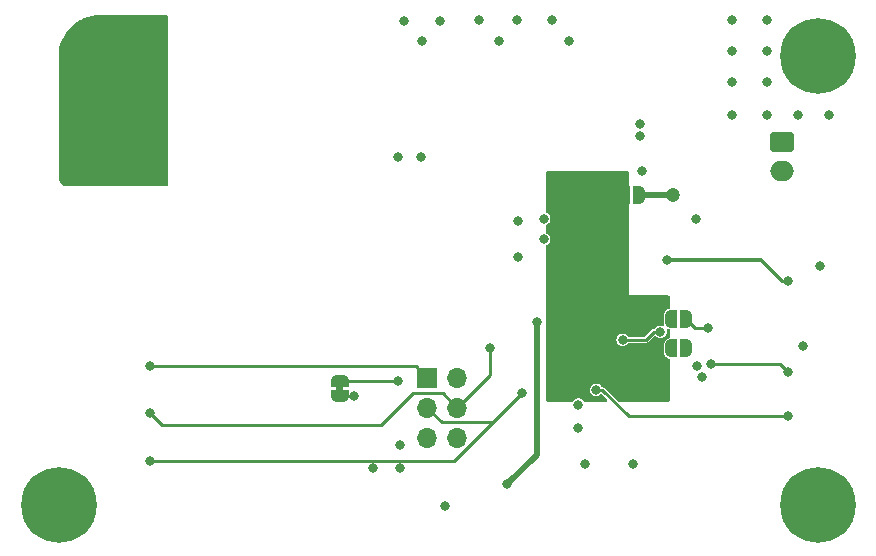
<source format=gbl>
G04 #@! TF.GenerationSoftware,KiCad,Pcbnew,(6.0.5-0)*
G04 #@! TF.CreationDate,2023-06-15T15:10:14-04:00*
G04 #@! TF.ProjectId,stratoconnect,73747261-746f-4636-9f6e-6e6563742e6b,rev?*
G04 #@! TF.SameCoordinates,Original*
G04 #@! TF.FileFunction,Copper,L4,Bot*
G04 #@! TF.FilePolarity,Positive*
%FSLAX46Y46*%
G04 Gerber Fmt 4.6, Leading zero omitted, Abs format (unit mm)*
G04 Created by KiCad (PCBNEW (6.0.5-0)) date 2023-06-15 15:10:14*
%MOMM*%
%LPD*%
G01*
G04 APERTURE LIST*
G04 Aperture macros list*
%AMRoundRect*
0 Rectangle with rounded corners*
0 $1 Rounding radius*
0 $2 $3 $4 $5 $6 $7 $8 $9 X,Y pos of 4 corners*
0 Add a 4 corners polygon primitive as box body*
4,1,4,$2,$3,$4,$5,$6,$7,$8,$9,$2,$3,0*
0 Add four circle primitives for the rounded corners*
1,1,$1+$1,$2,$3*
1,1,$1+$1,$4,$5*
1,1,$1+$1,$6,$7*
1,1,$1+$1,$8,$9*
0 Add four rect primitives between the rounded corners*
20,1,$1+$1,$2,$3,$4,$5,0*
20,1,$1+$1,$4,$5,$6,$7,0*
20,1,$1+$1,$6,$7,$8,$9,0*
20,1,$1+$1,$8,$9,$2,$3,0*%
%AMFreePoly0*
4,1,22,0.500000,-0.750000,0.000000,-0.750000,0.000000,-0.745033,-0.079941,-0.743568,-0.215256,-0.701293,-0.333266,-0.622738,-0.424486,-0.514219,-0.481581,-0.384460,-0.499164,-0.250000,-0.500000,-0.250000,-0.500000,0.250000,-0.499164,0.250000,-0.499963,0.256109,-0.478152,0.396186,-0.417904,0.524511,-0.324060,0.630769,-0.204165,0.706417,-0.067858,0.745374,0.000000,0.744959,0.000000,0.750000,
0.500000,0.750000,0.500000,-0.750000,0.500000,-0.750000,$1*%
%AMFreePoly1*
4,1,20,0.000000,0.744959,0.073905,0.744508,0.209726,0.703889,0.328688,0.626782,0.421226,0.519385,0.479903,0.390333,0.500000,0.250000,0.500000,-0.250000,0.499851,-0.262216,0.476331,-0.402017,0.414519,-0.529596,0.319384,-0.634700,0.198574,-0.708877,0.061801,-0.746166,0.000000,-0.745033,0.000000,-0.750000,-0.500000,-0.750000,-0.500000,0.750000,0.000000,0.750000,0.000000,0.744959,
0.000000,0.744959,$1*%
G04 Aperture macros list end*
G04 #@! TA.AperFunction,ComponentPad*
%ADD10C,0.800000*%
G04 #@! TD*
G04 #@! TA.AperFunction,ComponentPad*
%ADD11C,6.400000*%
G04 #@! TD*
G04 #@! TA.AperFunction,ComponentPad*
%ADD12RoundRect,0.250000X-0.750000X0.600000X-0.750000X-0.600000X0.750000X-0.600000X0.750000X0.600000X0*%
G04 #@! TD*
G04 #@! TA.AperFunction,ComponentPad*
%ADD13O,2.000000X1.700000*%
G04 #@! TD*
G04 #@! TA.AperFunction,ComponentPad*
%ADD14C,0.970000*%
G04 #@! TD*
G04 #@! TA.AperFunction,SMDPad,CuDef*
%ADD15R,4.190000X2.665000*%
G04 #@! TD*
G04 #@! TA.AperFunction,ComponentPad*
%ADD16R,1.700000X1.700000*%
G04 #@! TD*
G04 #@! TA.AperFunction,ComponentPad*
%ADD17O,1.700000X1.700000*%
G04 #@! TD*
G04 #@! TA.AperFunction,SMDPad,CuDef*
%ADD18FreePoly0,180.000000*%
G04 #@! TD*
G04 #@! TA.AperFunction,SMDPad,CuDef*
%ADD19FreePoly1,180.000000*%
G04 #@! TD*
G04 #@! TA.AperFunction,SMDPad,CuDef*
%ADD20FreePoly0,0.000000*%
G04 #@! TD*
G04 #@! TA.AperFunction,SMDPad,CuDef*
%ADD21FreePoly1,0.000000*%
G04 #@! TD*
G04 #@! TA.AperFunction,SMDPad,CuDef*
%ADD22FreePoly0,270.000000*%
G04 #@! TD*
G04 #@! TA.AperFunction,SMDPad,CuDef*
%ADD23FreePoly1,270.000000*%
G04 #@! TD*
G04 #@! TA.AperFunction,ViaPad*
%ADD24C,0.800000*%
G04 #@! TD*
G04 #@! TA.AperFunction,ViaPad*
%ADD25C,1.200000*%
G04 #@! TD*
G04 #@! TA.AperFunction,Conductor*
%ADD26C,0.550000*%
G04 #@! TD*
G04 #@! TA.AperFunction,Conductor*
%ADD27C,0.250000*%
G04 #@! TD*
G04 #@! TA.AperFunction,Conductor*
%ADD28C,0.300000*%
G04 #@! TD*
G04 APERTURE END LIST*
G36*
X164100000Y-79650000D02*
G01*
X163500000Y-79650000D01*
X163500000Y-79150000D01*
X164100000Y-79150000D01*
X164100000Y-79650000D01*
G37*
D10*
X138302944Y-90947056D03*
X141697056Y-90947056D03*
X142400000Y-89250000D03*
X137600000Y-89250000D03*
X140000000Y-91650000D03*
X141697056Y-87552944D03*
X140000000Y-86850000D03*
X138302944Y-87552944D03*
D11*
X140000000Y-89250000D03*
D12*
X201217500Y-58500000D03*
D13*
X201217500Y-61000000D03*
D14*
X142672500Y-52697500D03*
D15*
X142672500Y-59682500D03*
D14*
X141372500Y-59682500D03*
D15*
X142672500Y-52697500D03*
D14*
X142672500Y-59682500D03*
X143972500Y-52697500D03*
X143972500Y-59682500D03*
X141372500Y-52697500D03*
D16*
X171225000Y-78475000D03*
D17*
X173765000Y-78475000D03*
X171225000Y-81015000D03*
X173765000Y-81015000D03*
X171225000Y-83555000D03*
X173765000Y-83555000D03*
D10*
X204250000Y-86850000D03*
X205947056Y-90947056D03*
D11*
X204250000Y-89250000D03*
D10*
X201850000Y-89250000D03*
X204250000Y-91650000D03*
X205947056Y-87552944D03*
X202552944Y-87552944D03*
X202552944Y-90947056D03*
X206650000Y-89250000D03*
X205947056Y-52947056D03*
X205947056Y-49552944D03*
X204250000Y-48850000D03*
X202552944Y-52947056D03*
X206650000Y-51250000D03*
X201850000Y-51250000D03*
X202552944Y-49552944D03*
X204250000Y-53650000D03*
D11*
X204250000Y-51250000D03*
D18*
X193150000Y-73500000D03*
D19*
X191850000Y-73500000D03*
D20*
X187850000Y-63000000D03*
D21*
X189150000Y-63000000D03*
D22*
X163800000Y-78750000D03*
D23*
X163800000Y-80050000D03*
D18*
X193150000Y-76000000D03*
D19*
X191850000Y-76000000D03*
D24*
X183500000Y-61700000D03*
X190025000Y-71975000D03*
D25*
X186000000Y-63000000D03*
D24*
X185750000Y-61750000D03*
X189750000Y-76250000D03*
X181700000Y-76900000D03*
X189000000Y-79250000D03*
X183500000Y-63500000D03*
X183200000Y-50000000D03*
X178900000Y-65250000D03*
X197000000Y-50800000D03*
X181100000Y-65000000D03*
X194050000Y-77500000D03*
X178900000Y-68250000D03*
X200000000Y-56200000D03*
X172250000Y-48250000D03*
X204500000Y-69000000D03*
X200000000Y-48200000D03*
X170750000Y-50000000D03*
X170700000Y-59800000D03*
X168900000Y-84150000D03*
X172700000Y-89300000D03*
X184600000Y-85766250D03*
X194000000Y-65000000D03*
X194500000Y-78400000D03*
X169250000Y-48250000D03*
X166600000Y-86100000D03*
X181100000Y-66750000D03*
X178800000Y-48200000D03*
X200000000Y-50800000D03*
X189250000Y-57000000D03*
X184000000Y-80750000D03*
X181800000Y-48200000D03*
X168900000Y-86100000D03*
X188600000Y-85766250D03*
X197000000Y-56200000D03*
X203000000Y-75800000D03*
X200000000Y-53400000D03*
X205200000Y-56200000D03*
X175600000Y-48200000D03*
X202600000Y-56200000D03*
X197000000Y-48200000D03*
X168700000Y-59800000D03*
X197000000Y-53400000D03*
X184000000Y-82750000D03*
X189250000Y-58000000D03*
X177250000Y-50000000D03*
X189400000Y-61000000D03*
D25*
X192000000Y-63000000D03*
D24*
X180500000Y-73750000D03*
X178000000Y-87500000D03*
X147750000Y-77500000D03*
X147750000Y-85500000D03*
X179250000Y-79750000D03*
X147750000Y-81500000D03*
X176500000Y-76000000D03*
X168750000Y-78750000D03*
X165000000Y-80000000D03*
X191500000Y-68500000D03*
X201750000Y-70250000D03*
X187750000Y-75250000D03*
X190950000Y-74600000D03*
X191850000Y-73500000D03*
X191850000Y-76000000D03*
X185500000Y-79500000D03*
X201750000Y-81750000D03*
X193150000Y-76000000D03*
X195000000Y-74250000D03*
X195193278Y-77306722D03*
X201750000Y-78000000D03*
D26*
X187850000Y-63000000D02*
X186000000Y-63000000D01*
X189150000Y-63000000D02*
X192000000Y-63000000D01*
X180500000Y-85000000D02*
X180500000Y-73750000D01*
X178000000Y-87500000D02*
X180500000Y-85000000D01*
D27*
X147750000Y-77500000D02*
X170250000Y-77500000D01*
X170250000Y-77500000D02*
X171225000Y-78475000D01*
X171225000Y-81015000D02*
X172460000Y-82250000D01*
X176750000Y-82250000D02*
X179250000Y-79750000D01*
X147750000Y-85500000D02*
X173500000Y-85500000D01*
X173500000Y-85500000D02*
X179250000Y-79750000D01*
X172460000Y-82250000D02*
X176750000Y-82250000D01*
X147750000Y-81500000D02*
X148750000Y-82500000D01*
X148750000Y-82500000D02*
X167250000Y-82500000D01*
X176500000Y-76000000D02*
X176500000Y-78280000D01*
X167250000Y-82500000D02*
X170000000Y-79750000D01*
X172500000Y-79750000D02*
X173765000Y-81015000D01*
X170000000Y-79750000D02*
X172500000Y-79750000D01*
X176500000Y-78280000D02*
X173765000Y-81015000D01*
X163800000Y-78750000D02*
X168750000Y-78750000D01*
X163800000Y-80050000D02*
X164950000Y-80050000D01*
X164950000Y-80050000D02*
X165000000Y-80000000D01*
X201750000Y-70250000D02*
X201250000Y-70250000D01*
D28*
X191500000Y-68500000D02*
X199500000Y-68500000D01*
X199500000Y-68500000D02*
X201250000Y-70250000D01*
D27*
X190950000Y-74600000D02*
X190400000Y-74600000D01*
X189750000Y-75250000D02*
X187750000Y-75250000D01*
X190400000Y-74600000D02*
X189750000Y-75250000D01*
X186000000Y-79500000D02*
X188250000Y-81750000D01*
X188250000Y-81750000D02*
X201750000Y-81750000D01*
X185500000Y-79500000D02*
X186000000Y-79500000D01*
X195000000Y-74250000D02*
X193900000Y-74250000D01*
X193900000Y-74250000D02*
X193150000Y-73500000D01*
X195193278Y-77306722D02*
X201056722Y-77306722D01*
X201056722Y-77306722D02*
X201750000Y-78000000D01*
G04 #@! TA.AperFunction,Conductor*
G36*
X149192121Y-47770502D02*
G01*
X149238614Y-47824158D01*
X149250000Y-47876500D01*
X149250000Y-62124000D01*
X149229998Y-62192121D01*
X149176342Y-62238614D01*
X149124000Y-62250000D01*
X140443326Y-62250000D01*
X140375205Y-62229998D01*
X140342458Y-62199509D01*
X140336928Y-62192121D01*
X140243942Y-62067907D01*
X140234222Y-62052783D01*
X140140327Y-61880826D01*
X140132860Y-61864474D01*
X140064390Y-61680902D01*
X140059324Y-61663652D01*
X140017678Y-61472204D01*
X140015120Y-61454410D01*
X140003685Y-61294537D01*
X140004758Y-61272044D01*
X140004253Y-61271999D01*
X140004688Y-61267159D01*
X140005496Y-61262354D01*
X140005647Y-61250000D01*
X140001773Y-61222949D01*
X140000500Y-61205087D01*
X140000500Y-51302576D01*
X140002246Y-51281671D01*
X140004689Y-51267148D01*
X140005496Y-51262354D01*
X140005647Y-51250000D01*
X140004763Y-51243823D01*
X140003529Y-51235208D01*
X140002408Y-51211162D01*
X140017047Y-50913172D01*
X140018259Y-50900866D01*
X140066835Y-50573397D01*
X140069242Y-50561291D01*
X140149686Y-50240142D01*
X140153274Y-50228316D01*
X140264796Y-49916636D01*
X140269527Y-49905212D01*
X140411071Y-49605941D01*
X140416900Y-49595036D01*
X140587092Y-49311088D01*
X140593962Y-49300807D01*
X140791163Y-49034913D01*
X140799007Y-49025355D01*
X141021323Y-48780067D01*
X141030067Y-48771323D01*
X141275355Y-48549007D01*
X141284913Y-48541163D01*
X141550807Y-48343962D01*
X141561088Y-48337092D01*
X141845036Y-48166900D01*
X141855941Y-48161071D01*
X142155212Y-48019527D01*
X142166636Y-48014796D01*
X142478316Y-47903274D01*
X142490142Y-47899686D01*
X142811291Y-47819242D01*
X142823397Y-47816835D01*
X143150871Y-47768258D01*
X143163165Y-47767048D01*
X143457512Y-47752587D01*
X143483077Y-47753936D01*
X143483693Y-47754032D01*
X143484951Y-47754228D01*
X143484953Y-47754228D01*
X143493823Y-47755609D01*
X143502725Y-47754445D01*
X143502728Y-47754445D01*
X143524756Y-47751564D01*
X143541093Y-47750500D01*
X149124000Y-47750500D01*
X149192121Y-47770502D01*
G37*
G04 #@! TD.AperFunction*
G04 #@! TA.AperFunction,Conductor*
G36*
X188241148Y-61020002D02*
G01*
X188287641Y-61073658D01*
X188299023Y-61126969D01*
X188252095Y-67227693D01*
X188250000Y-67500000D01*
X188250000Y-71500000D01*
X191624000Y-71500000D01*
X191692121Y-71520002D01*
X191738614Y-71573658D01*
X191750000Y-71626000D01*
X191750000Y-72526927D01*
X191729998Y-72595048D01*
X191676342Y-72641541D01*
X191657143Y-72648490D01*
X191614922Y-72660001D01*
X191580830Y-72674753D01*
X191458778Y-72749693D01*
X191455336Y-72752551D01*
X191433647Y-72770557D01*
X191433643Y-72770561D01*
X191430198Y-72773421D01*
X191334084Y-72879605D01*
X191313311Y-72910403D01*
X191250864Y-73039295D01*
X191239570Y-73074683D01*
X191215808Y-73215921D01*
X191214002Y-73236055D01*
X191213851Y-73248397D01*
X191215164Y-73268574D01*
X191215510Y-73270989D01*
X191215511Y-73271000D01*
X191217710Y-73286352D01*
X191218983Y-73304214D01*
X191218983Y-73686523D01*
X191217237Y-73707427D01*
X191215808Y-73715921D01*
X191214002Y-73736055D01*
X191213851Y-73748397D01*
X191215164Y-73768574D01*
X191235468Y-73910351D01*
X191236727Y-73914657D01*
X191236728Y-73914661D01*
X191240918Y-73928987D01*
X191240842Y-73999983D01*
X191202393Y-74059668D01*
X191137781Y-74089091D01*
X191090769Y-74086265D01*
X191087966Y-74085104D01*
X191079786Y-74084027D01*
X191079782Y-74084026D01*
X190958188Y-74068018D01*
X190950000Y-74066940D01*
X190941812Y-74068018D01*
X190820218Y-74084026D01*
X190820214Y-74084027D01*
X190812034Y-74085104D01*
X190804410Y-74088262D01*
X190804406Y-74088263D01*
X190691099Y-74135196D01*
X190683470Y-74138356D01*
X190573070Y-74223070D01*
X190568047Y-74229616D01*
X190518136Y-74294660D01*
X190460797Y-74336527D01*
X190418174Y-74343955D01*
X190412171Y-74343955D01*
X190400000Y-74341534D01*
X190387829Y-74343955D01*
X190313260Y-74358787D01*
X190313259Y-74358788D01*
X190301090Y-74361208D01*
X190270746Y-74381483D01*
X190238401Y-74403095D01*
X190238397Y-74403098D01*
X190229021Y-74409363D01*
X190217237Y-74417237D01*
X190210344Y-74427553D01*
X190210342Y-74427555D01*
X190209992Y-74428079D01*
X190194323Y-74447173D01*
X189924557Y-74716940D01*
X189681902Y-74959595D01*
X189619589Y-74993620D01*
X189592806Y-74996500D01*
X188283779Y-74996500D01*
X188215658Y-74976498D01*
X188183817Y-74947205D01*
X188131953Y-74879616D01*
X188126930Y-74873070D01*
X188016530Y-74788356D01*
X188008901Y-74785196D01*
X187895594Y-74738263D01*
X187895590Y-74738262D01*
X187887966Y-74735104D01*
X187879786Y-74734027D01*
X187879782Y-74734026D01*
X187758188Y-74718018D01*
X187750000Y-74716940D01*
X187741812Y-74718018D01*
X187620218Y-74734026D01*
X187620214Y-74734027D01*
X187612034Y-74735104D01*
X187604410Y-74738262D01*
X187604406Y-74738263D01*
X187491099Y-74785196D01*
X187483470Y-74788356D01*
X187373070Y-74873070D01*
X187288356Y-74983470D01*
X187285196Y-74991099D01*
X187238263Y-75104406D01*
X187238262Y-75104410D01*
X187235104Y-75112034D01*
X187234027Y-75120214D01*
X187234026Y-75120218D01*
X187226537Y-75177105D01*
X187216940Y-75250000D01*
X187218018Y-75258188D01*
X187234026Y-75379782D01*
X187234027Y-75379786D01*
X187235104Y-75387966D01*
X187238262Y-75395590D01*
X187238263Y-75395594D01*
X187246069Y-75414439D01*
X187288356Y-75516530D01*
X187373070Y-75626930D01*
X187483470Y-75711644D01*
X187491099Y-75714804D01*
X187604406Y-75761737D01*
X187604410Y-75761738D01*
X187612034Y-75764896D01*
X187620214Y-75765973D01*
X187620218Y-75765974D01*
X187741812Y-75781982D01*
X187750000Y-75783060D01*
X187758188Y-75781982D01*
X187879782Y-75765974D01*
X187879786Y-75765973D01*
X187887966Y-75764896D01*
X187895590Y-75761738D01*
X187895594Y-75761737D01*
X188008901Y-75714804D01*
X188016530Y-75711644D01*
X188126930Y-75626930D01*
X188167021Y-75574683D01*
X188183817Y-75552795D01*
X188241156Y-75510928D01*
X188283779Y-75503500D01*
X189712624Y-75503500D01*
X189737206Y-75505921D01*
X189750000Y-75508466D01*
X189774965Y-75503500D01*
X189836742Y-75491212D01*
X189836744Y-75491211D01*
X189848911Y-75488791D01*
X189859226Y-75481899D01*
X189859228Y-75481898D01*
X189922447Y-75439656D01*
X189932763Y-75432763D01*
X189939656Y-75422447D01*
X189939658Y-75422445D01*
X189940010Y-75421918D01*
X189955680Y-75402823D01*
X190388989Y-74969515D01*
X190451301Y-74935490D01*
X190522117Y-74940555D01*
X190567179Y-74969516D01*
X190568047Y-74970384D01*
X190573070Y-74976930D01*
X190579616Y-74981953D01*
X190638227Y-75026927D01*
X190683470Y-75061644D01*
X190691099Y-75064804D01*
X190804406Y-75111737D01*
X190804410Y-75111738D01*
X190812034Y-75114896D01*
X190820214Y-75115973D01*
X190820218Y-75115974D01*
X190941812Y-75131982D01*
X190950000Y-75133060D01*
X190958188Y-75131982D01*
X191079782Y-75115974D01*
X191079786Y-75115973D01*
X191087966Y-75114896D01*
X191095590Y-75111738D01*
X191095594Y-75111737D01*
X191208901Y-75064804D01*
X191216530Y-75061644D01*
X191261774Y-75026927D01*
X191320384Y-74981953D01*
X191326930Y-74976930D01*
X191411644Y-74866530D01*
X191414804Y-74858901D01*
X191461737Y-74745594D01*
X191461738Y-74745590D01*
X191464896Y-74737966D01*
X191465973Y-74729786D01*
X191465974Y-74729782D01*
X191481982Y-74608188D01*
X191483060Y-74600000D01*
X191467197Y-74479512D01*
X191478136Y-74409363D01*
X191525264Y-74356264D01*
X191593618Y-74337074D01*
X191628216Y-74342346D01*
X191660103Y-74351882D01*
X191719635Y-74390562D01*
X191748805Y-74455289D01*
X191750000Y-74472599D01*
X191750000Y-75026927D01*
X191729998Y-75095048D01*
X191676342Y-75141541D01*
X191657143Y-75148490D01*
X191614922Y-75160001D01*
X191580830Y-75174753D01*
X191458778Y-75249693D01*
X191455336Y-75252551D01*
X191433647Y-75270557D01*
X191433643Y-75270561D01*
X191430198Y-75273421D01*
X191334084Y-75379605D01*
X191313311Y-75410403D01*
X191311356Y-75414439D01*
X191264608Y-75510928D01*
X191250864Y-75539295D01*
X191249501Y-75543564D01*
X191249500Y-75543568D01*
X191244454Y-75559381D01*
X191239570Y-75574683D01*
X191215808Y-75715921D01*
X191214002Y-75736055D01*
X191213851Y-75748397D01*
X191214009Y-75750822D01*
X191214925Y-75764896D01*
X191215164Y-75768574D01*
X191215510Y-75770989D01*
X191215511Y-75771000D01*
X191217710Y-75786352D01*
X191218983Y-75804214D01*
X191218983Y-76186523D01*
X191217237Y-76207427D01*
X191215808Y-76215921D01*
X191214002Y-76236055D01*
X191213851Y-76248397D01*
X191215164Y-76268574D01*
X191235468Y-76410351D01*
X191245894Y-76446005D01*
X191305174Y-76576384D01*
X191325188Y-76607678D01*
X191418678Y-76716179D01*
X191422047Y-76719118D01*
X191422051Y-76719122D01*
X191433866Y-76729429D01*
X191446671Y-76740599D01*
X191450439Y-76743042D01*
X191450440Y-76743042D01*
X191563092Y-76816060D01*
X191563099Y-76816064D01*
X191566856Y-76818499D01*
X191600578Y-76834081D01*
X191604876Y-76835366D01*
X191604875Y-76835366D01*
X191660102Y-76851882D01*
X191719635Y-76890563D01*
X191748806Y-76955291D01*
X191750000Y-76972599D01*
X191750000Y-80374000D01*
X191729998Y-80442121D01*
X191676342Y-80488614D01*
X191624000Y-80500000D01*
X187410693Y-80500000D01*
X187342572Y-80479998D01*
X187321598Y-80463095D01*
X186205682Y-79347179D01*
X186190012Y-79328085D01*
X186189658Y-79327555D01*
X186189656Y-79327553D01*
X186182763Y-79317237D01*
X186172447Y-79310344D01*
X186109228Y-79268102D01*
X186109226Y-79268101D01*
X186098911Y-79261209D01*
X186086744Y-79258789D01*
X186086742Y-79258788D01*
X186024965Y-79246500D01*
X186024962Y-79246499D01*
X186008545Y-79243233D01*
X185945637Y-79210324D01*
X185933168Y-79196359D01*
X185881956Y-79129619D01*
X185881953Y-79129616D01*
X185876930Y-79123070D01*
X185766530Y-79038356D01*
X185758901Y-79035196D01*
X185645594Y-78988263D01*
X185645590Y-78988262D01*
X185637966Y-78985104D01*
X185629786Y-78984027D01*
X185629782Y-78984026D01*
X185508188Y-78968018D01*
X185500000Y-78966940D01*
X185491812Y-78968018D01*
X185370218Y-78984026D01*
X185370214Y-78984027D01*
X185362034Y-78985104D01*
X185354410Y-78988262D01*
X185354406Y-78988263D01*
X185241099Y-79035196D01*
X185233470Y-79038356D01*
X185123070Y-79123070D01*
X185038356Y-79233470D01*
X185035196Y-79241099D01*
X184988263Y-79354406D01*
X184988262Y-79354410D01*
X184985104Y-79362034D01*
X184984027Y-79370214D01*
X184984026Y-79370218D01*
X184968130Y-79490961D01*
X184966940Y-79500000D01*
X184968018Y-79508188D01*
X184984026Y-79629782D01*
X184984027Y-79629786D01*
X184985104Y-79637966D01*
X184988262Y-79645590D01*
X184988263Y-79645594D01*
X185035196Y-79758901D01*
X185038356Y-79766530D01*
X185123070Y-79876930D01*
X185233470Y-79961644D01*
X185241099Y-79964804D01*
X185354406Y-80011737D01*
X185354410Y-80011738D01*
X185362034Y-80014896D01*
X185370214Y-80015973D01*
X185370218Y-80015974D01*
X185491812Y-80031982D01*
X185500000Y-80033060D01*
X185508188Y-80031982D01*
X185629782Y-80015974D01*
X185629786Y-80015973D01*
X185637966Y-80014896D01*
X185645590Y-80011738D01*
X185645594Y-80011737D01*
X185758901Y-79964804D01*
X185766530Y-79961644D01*
X185773078Y-79956619D01*
X185773084Y-79956616D01*
X185869329Y-79882764D01*
X185935549Y-79857163D01*
X186005098Y-79871428D01*
X186035128Y-79893631D01*
X186426402Y-80284905D01*
X186460428Y-80347217D01*
X186455363Y-80418032D01*
X186412816Y-80474868D01*
X186346296Y-80499679D01*
X186337307Y-80500000D01*
X184536464Y-80500000D01*
X184468343Y-80479998D01*
X184436502Y-80450704D01*
X184381956Y-80379619D01*
X184381953Y-80379616D01*
X184376930Y-80373070D01*
X184266530Y-80288356D01*
X184258198Y-80284905D01*
X184145594Y-80238263D01*
X184145590Y-80238262D01*
X184137966Y-80235104D01*
X184129786Y-80234027D01*
X184129782Y-80234026D01*
X184008188Y-80218018D01*
X184000000Y-80216940D01*
X183991812Y-80218018D01*
X183870218Y-80234026D01*
X183870214Y-80234027D01*
X183862034Y-80235104D01*
X183854410Y-80238262D01*
X183854406Y-80238263D01*
X183741802Y-80284905D01*
X183733470Y-80288356D01*
X183623070Y-80373070D01*
X183618047Y-80379616D01*
X183618044Y-80379619D01*
X183563498Y-80450704D01*
X183506160Y-80492571D01*
X183463536Y-80500000D01*
X181376000Y-80500000D01*
X181307879Y-80479998D01*
X181261386Y-80426342D01*
X181250000Y-80374000D01*
X181250000Y-67344102D01*
X181270002Y-67275981D01*
X181327782Y-67227693D01*
X181366530Y-67211644D01*
X181476930Y-67126930D01*
X181561644Y-67016530D01*
X181564804Y-67008901D01*
X181611737Y-66895594D01*
X181611738Y-66895590D01*
X181614896Y-66887966D01*
X181615973Y-66879786D01*
X181615974Y-66879782D01*
X181631982Y-66758188D01*
X181633060Y-66750000D01*
X181631870Y-66740961D01*
X181615974Y-66620218D01*
X181615973Y-66620214D01*
X181614896Y-66612034D01*
X181611738Y-66604410D01*
X181611737Y-66604406D01*
X181564804Y-66491099D01*
X181561644Y-66483470D01*
X181476930Y-66373070D01*
X181366530Y-66288356D01*
X181327782Y-66272306D01*
X181272502Y-66227760D01*
X181250000Y-66155898D01*
X181250000Y-65594102D01*
X181270002Y-65525981D01*
X181327782Y-65477693D01*
X181366530Y-65461644D01*
X181476930Y-65376930D01*
X181561644Y-65266530D01*
X181564804Y-65258901D01*
X181611737Y-65145594D01*
X181611738Y-65145590D01*
X181614896Y-65137966D01*
X181615973Y-65129786D01*
X181615974Y-65129782D01*
X181631982Y-65008188D01*
X181633060Y-65000000D01*
X181631870Y-64990961D01*
X181615974Y-64870218D01*
X181615973Y-64870214D01*
X181614896Y-64862034D01*
X181611738Y-64854410D01*
X181611737Y-64854406D01*
X181564804Y-64741099D01*
X181561644Y-64733470D01*
X181476930Y-64623070D01*
X181366530Y-64538356D01*
X181327782Y-64522306D01*
X181272502Y-64477760D01*
X181250000Y-64405898D01*
X181250000Y-61126000D01*
X181270002Y-61057879D01*
X181323658Y-61011386D01*
X181376000Y-61000000D01*
X188173027Y-61000000D01*
X188241148Y-61020002D01*
G37*
G04 #@! TD.AperFunction*
M02*

</source>
